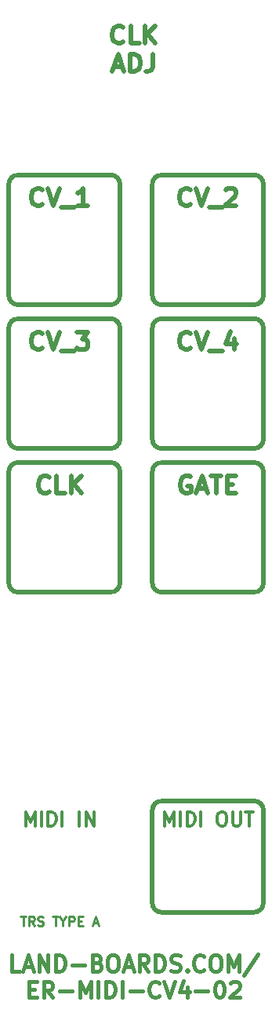
<source format=gto>
%TF.GenerationSoftware,KiCad,Pcbnew,(6.0.1)*%
%TF.CreationDate,2022-11-02T14:03:54-04:00*%
%TF.ProjectId,ER-MIDI-CV4-02_PANEL,45522d4d-4944-4492-9d43-56342d30325f,1*%
%TF.SameCoordinates,Original*%
%TF.FileFunction,Legend,Top*%
%TF.FilePolarity,Positive*%
%FSLAX46Y46*%
G04 Gerber Fmt 4.6, Leading zero omitted, Abs format (unit mm)*
G04 Created by KiCad (PCBNEW (6.0.1)) date 2022-11-02 14:03:54*
%MOMM*%
%LPD*%
G01*
G04 APERTURE LIST*
%ADD10C,0.500000*%
%ADD11C,0.375000*%
%ADD12C,0.469900*%
%ADD13C,0.437500*%
%ADD14C,0.250000*%
G04 APERTURE END LIST*
D10*
X42500000Y-62500003D02*
G75*
G03*
X43500000Y-63500003I1000003J3D01*
G01*
X53500000Y-63500003D02*
G75*
G03*
X54500000Y-62500003I-3J1000003D01*
G01*
X39000000Y-81500000D02*
G75*
G03*
X38000000Y-80500000I-1000003J-3D01*
G01*
X28000000Y-65000000D02*
G75*
G03*
X27000000Y-66000000I3J-1000003D01*
G01*
X27000000Y-62500003D02*
G75*
G03*
X28000000Y-63500003I1000003J3D01*
G01*
X54500000Y-81500000D02*
G75*
G03*
X53500000Y-80500000I-1000003J-3D01*
G01*
X53500000Y-94500000D02*
G75*
G03*
X54500000Y-93500000I-3J1000003D01*
G01*
X27000000Y-78000000D02*
X27000000Y-66000000D01*
X42500000Y-78000000D02*
G75*
G03*
X43500000Y-79000000I1000003J3D01*
G01*
X53500000Y-94500000D02*
X43500000Y-94500000D01*
X54500000Y-118000000D02*
G75*
G03*
X53500000Y-117000000I-1000003J-3D01*
G01*
X39000000Y-81500000D02*
X39000000Y-93500000D01*
X43500000Y-65000000D02*
G75*
G03*
X42500000Y-66000000I3J-1000003D01*
G01*
X27000000Y-62500003D02*
X27000000Y-50500003D01*
X39000000Y-66000000D02*
G75*
G03*
X38000000Y-65000000I-1000003J-3D01*
G01*
X37500000Y-80500000D02*
X38000000Y-80500000D01*
X43500000Y-65000000D02*
X53500000Y-65000000D01*
X42500000Y-128000000D02*
X42500000Y-118000000D01*
X38000000Y-63500003D02*
G75*
G03*
X39000000Y-62500003I-3J1000003D01*
G01*
X38000000Y-63500003D02*
X28000000Y-63500003D01*
X43500000Y-80500000D02*
G75*
G03*
X42500000Y-81500000I3J-1000003D01*
G01*
X53500000Y-63500003D02*
X43500000Y-63500003D01*
X53500000Y-79000000D02*
X43500000Y-79000000D01*
X38000000Y-94500000D02*
G75*
G03*
X39000000Y-93500000I-3J1000003D01*
G01*
X27000000Y-78000000D02*
G75*
G03*
X28000000Y-79000000I1000003J3D01*
G01*
X39000000Y-50500003D02*
X39000000Y-62500003D01*
X43500000Y-117000000D02*
G75*
G03*
X42500000Y-118000000I3J-1000003D01*
G01*
X43500000Y-80500000D02*
X53500000Y-80500000D01*
X53500000Y-79000000D02*
G75*
G03*
X54500000Y-78000000I-3J1000003D01*
G01*
X42500000Y-50500003D02*
X42500000Y-62500003D01*
X54500000Y-50500003D02*
G75*
G03*
X53500000Y-49500003I-1000003J-3D01*
G01*
X38000000Y-94500000D02*
X28000000Y-94500000D01*
X42500000Y-93500000D02*
X42500000Y-81500000D01*
X38000000Y-79000000D02*
X28000000Y-79000000D01*
X54500000Y-66000000D02*
G75*
G03*
X53500000Y-65000000I-1000003J-3D01*
G01*
X43500000Y-49500003D02*
G75*
G03*
X42500000Y-50500003I3J-1000003D01*
G01*
X28000000Y-49500003D02*
X38000000Y-49500003D01*
X43500000Y-117000000D02*
X53500000Y-117000000D01*
X54500000Y-50500003D02*
X54500000Y-62500003D01*
X42500000Y-93500000D02*
G75*
G03*
X43500000Y-94500000I1000003J3D01*
G01*
X37500000Y-65000000D02*
X38000000Y-65000000D01*
X28000000Y-80500000D02*
X37500000Y-80500000D01*
X39000000Y-50500003D02*
G75*
G03*
X38000000Y-49500003I-1000003J-3D01*
G01*
X53500000Y-129000000D02*
G75*
G03*
X54500000Y-128000000I-3J1000003D01*
G01*
X27000000Y-93500000D02*
G75*
G03*
X28000000Y-94500000I1000003J3D01*
G01*
X28000000Y-80500000D02*
G75*
G03*
X27000000Y-81500000I3J-1000003D01*
G01*
X28000000Y-65000000D02*
X37500000Y-65000000D01*
X43500000Y-49500003D02*
X53500000Y-49500003D01*
X54500000Y-118000000D02*
X54500000Y-128000000D01*
X54500000Y-81500000D02*
X54500000Y-93500000D01*
X38000000Y-79000000D02*
G75*
G03*
X39000000Y-78000000I-3J1000003D01*
G01*
X42500000Y-128000000D02*
G75*
G03*
X43500000Y-129000000I1000003J3D01*
G01*
X42500000Y-78000000D02*
X42500000Y-66000000D01*
X39000000Y-66000000D02*
X39000000Y-78000000D01*
X54500000Y-66000000D02*
X54500000Y-78000000D01*
X27000000Y-93500000D02*
X27000000Y-81500000D01*
X28000000Y-49500003D02*
G75*
G03*
X27000000Y-50500003I3J-1000003D01*
G01*
X53500000Y-129000000D02*
X43500000Y-129000000D01*
D11*
X43821428Y-119678571D02*
X43821428Y-118178571D01*
X44321428Y-119250000D01*
X44821428Y-118178571D01*
X44821428Y-119678571D01*
X45535714Y-119678571D02*
X45535714Y-118178571D01*
X46250000Y-119678571D02*
X46250000Y-118178571D01*
X46607142Y-118178571D01*
X46821428Y-118250000D01*
X46964285Y-118392857D01*
X47035714Y-118535714D01*
X47107142Y-118821428D01*
X47107142Y-119035714D01*
X47035714Y-119321428D01*
X46964285Y-119464285D01*
X46821428Y-119607142D01*
X46607142Y-119678571D01*
X46250000Y-119678571D01*
X47750000Y-119678571D02*
X47750000Y-118178571D01*
X49892857Y-118178571D02*
X50178571Y-118178571D01*
X50321428Y-118250000D01*
X50464285Y-118392857D01*
X50535714Y-118678571D01*
X50535714Y-119178571D01*
X50464285Y-119464285D01*
X50321428Y-119607142D01*
X50178571Y-119678571D01*
X49892857Y-119678571D01*
X49750000Y-119607142D01*
X49607142Y-119464285D01*
X49535714Y-119178571D01*
X49535714Y-118678571D01*
X49607142Y-118392857D01*
X49750000Y-118250000D01*
X49892857Y-118178571D01*
X51178571Y-118178571D02*
X51178571Y-119392857D01*
X51250000Y-119535714D01*
X51321428Y-119607142D01*
X51464285Y-119678571D01*
X51750000Y-119678571D01*
X51892857Y-119607142D01*
X51964285Y-119535714D01*
X52035714Y-119392857D01*
X52035714Y-118178571D01*
X52535714Y-118178571D02*
X53392857Y-118178571D01*
X52964285Y-119678571D02*
X52964285Y-118178571D01*
D12*
X46595000Y-82060200D02*
X46413571Y-81970695D01*
X46141428Y-81970695D01*
X45869285Y-82060200D01*
X45687857Y-82239209D01*
X45597142Y-82418219D01*
X45506428Y-82776238D01*
X45506428Y-83044752D01*
X45597142Y-83402771D01*
X45687857Y-83581780D01*
X45869285Y-83760790D01*
X46141428Y-83850295D01*
X46322857Y-83850295D01*
X46595000Y-83760790D01*
X46685714Y-83671285D01*
X46685714Y-83044752D01*
X46322857Y-83044752D01*
X47411428Y-83313266D02*
X48318571Y-83313266D01*
X47230000Y-83850295D02*
X47865000Y-81970695D01*
X48500000Y-83850295D01*
X48862857Y-81970695D02*
X49951428Y-81970695D01*
X49407142Y-83850295D02*
X49407142Y-81970695D01*
X50586428Y-82865742D02*
X51221428Y-82865742D01*
X51493571Y-83850295D02*
X50586428Y-83850295D01*
X50586428Y-81970695D01*
X51493571Y-81970695D01*
D11*
X28821428Y-119678571D02*
X28821428Y-118178571D01*
X29321428Y-119250000D01*
X29821428Y-118178571D01*
X29821428Y-119678571D01*
X30535714Y-119678571D02*
X30535714Y-118178571D01*
X31250000Y-119678571D02*
X31250000Y-118178571D01*
X31607142Y-118178571D01*
X31821428Y-118250000D01*
X31964285Y-118392857D01*
X32035714Y-118535714D01*
X32107142Y-118821428D01*
X32107142Y-119035714D01*
X32035714Y-119321428D01*
X31964285Y-119464285D01*
X31821428Y-119607142D01*
X31607142Y-119678571D01*
X31250000Y-119678571D01*
X32750000Y-119678571D02*
X32750000Y-118178571D01*
X34607142Y-119678571D02*
X34607142Y-118178571D01*
X35321428Y-119678571D02*
X35321428Y-118178571D01*
X36178571Y-119678571D01*
X36178571Y-118178571D01*
D12*
X46640357Y-52671285D02*
X46549642Y-52760790D01*
X46277500Y-52850295D01*
X46096071Y-52850295D01*
X45823928Y-52760790D01*
X45642500Y-52581780D01*
X45551785Y-52402771D01*
X45461071Y-52044752D01*
X45461071Y-51776238D01*
X45551785Y-51418219D01*
X45642500Y-51239209D01*
X45823928Y-51060200D01*
X46096071Y-50970695D01*
X46277500Y-50970695D01*
X46549642Y-51060200D01*
X46640357Y-51149704D01*
X47184642Y-50970695D02*
X47819642Y-52850295D01*
X48454642Y-50970695D01*
X48636071Y-53029304D02*
X50087500Y-53029304D01*
X50450357Y-51149704D02*
X50541071Y-51060200D01*
X50722500Y-50970695D01*
X51176071Y-50970695D01*
X51357500Y-51060200D01*
X51448214Y-51149704D01*
X51538928Y-51328714D01*
X51538928Y-51507723D01*
X51448214Y-51776238D01*
X50359642Y-52850295D01*
X51538928Y-52850295D01*
X39366071Y-35158207D02*
X39275357Y-35247712D01*
X39003214Y-35337217D01*
X38821785Y-35337217D01*
X38549642Y-35247712D01*
X38368214Y-35068702D01*
X38277500Y-34889693D01*
X38186785Y-34531674D01*
X38186785Y-34263160D01*
X38277500Y-33905141D01*
X38368214Y-33726131D01*
X38549642Y-33547122D01*
X38821785Y-33457617D01*
X39003214Y-33457617D01*
X39275357Y-33547122D01*
X39366071Y-33636626D01*
X41089642Y-35337217D02*
X40182500Y-35337217D01*
X40182500Y-33457617D01*
X41724642Y-35337217D02*
X41724642Y-33457617D01*
X42813214Y-35337217D02*
X41996785Y-34263160D01*
X42813214Y-33457617D02*
X41724642Y-34531674D01*
X38368214Y-37826344D02*
X39275357Y-37826344D01*
X38186785Y-38363373D02*
X38821785Y-36483773D01*
X39456785Y-38363373D01*
X40091785Y-38363373D02*
X40091785Y-36483773D01*
X40545357Y-36483773D01*
X40817500Y-36573278D01*
X40998928Y-36752287D01*
X41089642Y-36931297D01*
X41180357Y-37289316D01*
X41180357Y-37557830D01*
X41089642Y-37915849D01*
X40998928Y-38094858D01*
X40817500Y-38273868D01*
X40545357Y-38363373D01*
X40091785Y-38363373D01*
X42541071Y-36483773D02*
X42541071Y-37826344D01*
X42450357Y-38094858D01*
X42268928Y-38273868D01*
X41996785Y-38363373D01*
X41815357Y-38363373D01*
X31366071Y-83671285D02*
X31275357Y-83760790D01*
X31003214Y-83850295D01*
X30821785Y-83850295D01*
X30549642Y-83760790D01*
X30368214Y-83581780D01*
X30277500Y-83402771D01*
X30186785Y-83044752D01*
X30186785Y-82776238D01*
X30277500Y-82418219D01*
X30368214Y-82239209D01*
X30549642Y-82060200D01*
X30821785Y-81970695D01*
X31003214Y-81970695D01*
X31275357Y-82060200D01*
X31366071Y-82149704D01*
X33089642Y-83850295D02*
X32182500Y-83850295D01*
X32182500Y-81970695D01*
X33724642Y-83850295D02*
X33724642Y-81970695D01*
X34813214Y-83850295D02*
X33996785Y-82776238D01*
X34813214Y-81970695D02*
X33724642Y-83044752D01*
X46640357Y-68171285D02*
X46549642Y-68260790D01*
X46277500Y-68350295D01*
X46096071Y-68350295D01*
X45823928Y-68260790D01*
X45642500Y-68081780D01*
X45551785Y-67902771D01*
X45461071Y-67544752D01*
X45461071Y-67276238D01*
X45551785Y-66918219D01*
X45642500Y-66739209D01*
X45823928Y-66560200D01*
X46096071Y-66470695D01*
X46277500Y-66470695D01*
X46549642Y-66560200D01*
X46640357Y-66649704D01*
X47184642Y-66470695D02*
X47819642Y-68350295D01*
X48454642Y-66470695D01*
X48636071Y-68529304D02*
X50087500Y-68529304D01*
X51357500Y-67097228D02*
X51357500Y-68350295D01*
X50903928Y-66381190D02*
X50450357Y-67723761D01*
X51629642Y-67723761D01*
X30640357Y-68171285D02*
X30549642Y-68260790D01*
X30277500Y-68350295D01*
X30096071Y-68350295D01*
X29823928Y-68260790D01*
X29642500Y-68081780D01*
X29551785Y-67902771D01*
X29461071Y-67544752D01*
X29461071Y-67276238D01*
X29551785Y-66918219D01*
X29642500Y-66739209D01*
X29823928Y-66560200D01*
X30096071Y-66470695D01*
X30277500Y-66470695D01*
X30549642Y-66560200D01*
X30640357Y-66649704D01*
X31184642Y-66470695D02*
X31819642Y-68350295D01*
X32454642Y-66470695D01*
X32636071Y-68529304D02*
X34087500Y-68529304D01*
X34359642Y-66470695D02*
X35538928Y-66470695D01*
X34903928Y-67186733D01*
X35176071Y-67186733D01*
X35357500Y-67276238D01*
X35448214Y-67365742D01*
X35538928Y-67544752D01*
X35538928Y-67992276D01*
X35448214Y-68171285D01*
X35357500Y-68260790D01*
X35176071Y-68350295D01*
X34631785Y-68350295D01*
X34450357Y-68260790D01*
X34359642Y-68171285D01*
D13*
X28166661Y-135382923D02*
X27333328Y-135382923D01*
X27333328Y-133632923D01*
X28666661Y-134882923D02*
X29499995Y-134882923D01*
X28499995Y-135382923D02*
X29083328Y-133632923D01*
X29666661Y-135382923D01*
X30249995Y-135382923D02*
X30249995Y-133632923D01*
X31249995Y-135382923D01*
X31249995Y-133632923D01*
X32083328Y-135382923D02*
X32083328Y-133632923D01*
X32499995Y-133632923D01*
X32749995Y-133716257D01*
X32916661Y-133882923D01*
X32999995Y-134049590D01*
X33083328Y-134382923D01*
X33083328Y-134632923D01*
X32999995Y-134966257D01*
X32916661Y-135132923D01*
X32749995Y-135299590D01*
X32499995Y-135382923D01*
X32083328Y-135382923D01*
X33833328Y-134716257D02*
X35166661Y-134716257D01*
X36583328Y-134466257D02*
X36833328Y-134549590D01*
X36916661Y-134632923D01*
X36999995Y-134799590D01*
X36999995Y-135049590D01*
X36916661Y-135216257D01*
X36833328Y-135299590D01*
X36666661Y-135382923D01*
X35999995Y-135382923D01*
X35999995Y-133632923D01*
X36583328Y-133632923D01*
X36749995Y-133716257D01*
X36833328Y-133799590D01*
X36916661Y-133966257D01*
X36916661Y-134132923D01*
X36833328Y-134299590D01*
X36749995Y-134382923D01*
X36583328Y-134466257D01*
X35999995Y-134466257D01*
X38083328Y-133632923D02*
X38416661Y-133632923D01*
X38583328Y-133716257D01*
X38749995Y-133882923D01*
X38833328Y-134216257D01*
X38833328Y-134799590D01*
X38749995Y-135132923D01*
X38583328Y-135299590D01*
X38416661Y-135382923D01*
X38083328Y-135382923D01*
X37916661Y-135299590D01*
X37749995Y-135132923D01*
X37666661Y-134799590D01*
X37666661Y-134216257D01*
X37749995Y-133882923D01*
X37916661Y-133716257D01*
X38083328Y-133632923D01*
X39499995Y-134882923D02*
X40333328Y-134882923D01*
X39333328Y-135382923D02*
X39916661Y-133632923D01*
X40499995Y-135382923D01*
X42083328Y-135382923D02*
X41499995Y-134549590D01*
X41083328Y-135382923D02*
X41083328Y-133632923D01*
X41749995Y-133632923D01*
X41916661Y-133716257D01*
X41999995Y-133799590D01*
X42083328Y-133966257D01*
X42083328Y-134216257D01*
X41999995Y-134382923D01*
X41916661Y-134466257D01*
X41749995Y-134549590D01*
X41083328Y-134549590D01*
X42833328Y-135382923D02*
X42833328Y-133632923D01*
X43249995Y-133632923D01*
X43499995Y-133716257D01*
X43666661Y-133882923D01*
X43749995Y-134049590D01*
X43833328Y-134382923D01*
X43833328Y-134632923D01*
X43749995Y-134966257D01*
X43666661Y-135132923D01*
X43499995Y-135299590D01*
X43249995Y-135382923D01*
X42833328Y-135382923D01*
X44499995Y-135299590D02*
X44749995Y-135382923D01*
X45166661Y-135382923D01*
X45333328Y-135299590D01*
X45416661Y-135216257D01*
X45499995Y-135049590D01*
X45499995Y-134882923D01*
X45416661Y-134716257D01*
X45333328Y-134632923D01*
X45166661Y-134549590D01*
X44833328Y-134466257D01*
X44666661Y-134382923D01*
X44583328Y-134299590D01*
X44499995Y-134132923D01*
X44499995Y-133966257D01*
X44583328Y-133799590D01*
X44666661Y-133716257D01*
X44833328Y-133632923D01*
X45249995Y-133632923D01*
X45499995Y-133716257D01*
X46249995Y-135216257D02*
X46333328Y-135299590D01*
X46249995Y-135382923D01*
X46166661Y-135299590D01*
X46249995Y-135216257D01*
X46249995Y-135382923D01*
X48083328Y-135216257D02*
X47999995Y-135299590D01*
X47749995Y-135382923D01*
X47583328Y-135382923D01*
X47333328Y-135299590D01*
X47166661Y-135132923D01*
X47083328Y-134966257D01*
X46999995Y-134632923D01*
X46999995Y-134382923D01*
X47083328Y-134049590D01*
X47166661Y-133882923D01*
X47333328Y-133716257D01*
X47583328Y-133632923D01*
X47749995Y-133632923D01*
X47999995Y-133716257D01*
X48083328Y-133799590D01*
X49166661Y-133632923D02*
X49499995Y-133632923D01*
X49666661Y-133716257D01*
X49833328Y-133882923D01*
X49916661Y-134216257D01*
X49916661Y-134799590D01*
X49833328Y-135132923D01*
X49666661Y-135299590D01*
X49499995Y-135382923D01*
X49166661Y-135382923D01*
X48999995Y-135299590D01*
X48833328Y-135132923D01*
X48749995Y-134799590D01*
X48749995Y-134216257D01*
X48833328Y-133882923D01*
X48999995Y-133716257D01*
X49166661Y-133632923D01*
X50666661Y-135382923D02*
X50666661Y-133632923D01*
X51249995Y-134882923D01*
X51833328Y-133632923D01*
X51833328Y-135382923D01*
X53916661Y-133549590D02*
X52416661Y-135799590D01*
X29166661Y-137283757D02*
X29749995Y-137283757D01*
X29999995Y-138200423D02*
X29166661Y-138200423D01*
X29166661Y-136450423D01*
X29999995Y-136450423D01*
X31749995Y-138200423D02*
X31166661Y-137367090D01*
X30749995Y-138200423D02*
X30749995Y-136450423D01*
X31416661Y-136450423D01*
X31583328Y-136533757D01*
X31666661Y-136617090D01*
X31749995Y-136783757D01*
X31749995Y-137033757D01*
X31666661Y-137200423D01*
X31583328Y-137283757D01*
X31416661Y-137367090D01*
X30749995Y-137367090D01*
X32499995Y-137533757D02*
X33833328Y-137533757D01*
X34666661Y-138200423D02*
X34666661Y-136450423D01*
X35249995Y-137700423D01*
X35833328Y-136450423D01*
X35833328Y-138200423D01*
X36666661Y-138200423D02*
X36666661Y-136450423D01*
X37499995Y-138200423D02*
X37499995Y-136450423D01*
X37916661Y-136450423D01*
X38166661Y-136533757D01*
X38333328Y-136700423D01*
X38416661Y-136867090D01*
X38499995Y-137200423D01*
X38499995Y-137450423D01*
X38416661Y-137783757D01*
X38333328Y-137950423D01*
X38166661Y-138117090D01*
X37916661Y-138200423D01*
X37499995Y-138200423D01*
X39249995Y-138200423D02*
X39249995Y-136450423D01*
X40083328Y-137533757D02*
X41416661Y-137533757D01*
X43249995Y-138033757D02*
X43166661Y-138117090D01*
X42916661Y-138200423D01*
X42749995Y-138200423D01*
X42499995Y-138117090D01*
X42333328Y-137950423D01*
X42249995Y-137783757D01*
X42166661Y-137450423D01*
X42166661Y-137200423D01*
X42249995Y-136867090D01*
X42333328Y-136700423D01*
X42499995Y-136533757D01*
X42749995Y-136450423D01*
X42916661Y-136450423D01*
X43166661Y-136533757D01*
X43249995Y-136617090D01*
X43749995Y-136450423D02*
X44333328Y-138200423D01*
X44916661Y-136450423D01*
X46249995Y-137033757D02*
X46249995Y-138200423D01*
X45833328Y-136367090D02*
X45416661Y-137617090D01*
X46499995Y-137617090D01*
X47166661Y-137533757D02*
X48499995Y-137533757D01*
X49666661Y-136450423D02*
X49833328Y-136450423D01*
X49999995Y-136533757D01*
X50083328Y-136617090D01*
X50166661Y-136783757D01*
X50249995Y-137117090D01*
X50249995Y-137533757D01*
X50166661Y-137867090D01*
X50083328Y-138033757D01*
X49999995Y-138117090D01*
X49833328Y-138200423D01*
X49666661Y-138200423D01*
X49499995Y-138117090D01*
X49416661Y-138033757D01*
X49333328Y-137867090D01*
X49249995Y-137533757D01*
X49249995Y-137117090D01*
X49333328Y-136783757D01*
X49416661Y-136617090D01*
X49499995Y-136533757D01*
X49666661Y-136450423D01*
X50916661Y-136617090D02*
X50999995Y-136533757D01*
X51166661Y-136450423D01*
X51583328Y-136450423D01*
X51749995Y-136533757D01*
X51833328Y-136617090D01*
X51916661Y-136783757D01*
X51916661Y-136950423D01*
X51833328Y-137200423D01*
X50833328Y-138200423D01*
X51916661Y-138200423D01*
D14*
X28285714Y-129452380D02*
X28857142Y-129452380D01*
X28571428Y-130452380D02*
X28571428Y-129452380D01*
X29761904Y-130452380D02*
X29428571Y-129976190D01*
X29190476Y-130452380D02*
X29190476Y-129452380D01*
X29571428Y-129452380D01*
X29666666Y-129500000D01*
X29714285Y-129547619D01*
X29761904Y-129642857D01*
X29761904Y-129785714D01*
X29714285Y-129880952D01*
X29666666Y-129928571D01*
X29571428Y-129976190D01*
X29190476Y-129976190D01*
X30142857Y-130404761D02*
X30285714Y-130452380D01*
X30523809Y-130452380D01*
X30619047Y-130404761D01*
X30666666Y-130357142D01*
X30714285Y-130261904D01*
X30714285Y-130166666D01*
X30666666Y-130071428D01*
X30619047Y-130023809D01*
X30523809Y-129976190D01*
X30333333Y-129928571D01*
X30238095Y-129880952D01*
X30190476Y-129833333D01*
X30142857Y-129738095D01*
X30142857Y-129642857D01*
X30190476Y-129547619D01*
X30238095Y-129500000D01*
X30333333Y-129452380D01*
X30571428Y-129452380D01*
X30714285Y-129500000D01*
X31761904Y-129452380D02*
X32333333Y-129452380D01*
X32047619Y-130452380D02*
X32047619Y-129452380D01*
X32857142Y-129976190D02*
X32857142Y-130452380D01*
X32523809Y-129452380D02*
X32857142Y-129976190D01*
X33190476Y-129452380D01*
X33523809Y-130452380D02*
X33523809Y-129452380D01*
X33904761Y-129452380D01*
X34000000Y-129500000D01*
X34047619Y-129547619D01*
X34095238Y-129642857D01*
X34095238Y-129785714D01*
X34047619Y-129880952D01*
X34000000Y-129928571D01*
X33904761Y-129976190D01*
X33523809Y-129976190D01*
X34523809Y-129928571D02*
X34857142Y-129928571D01*
X35000000Y-130452380D02*
X34523809Y-130452380D01*
X34523809Y-129452380D01*
X35000000Y-129452380D01*
X36142857Y-130166666D02*
X36619047Y-130166666D01*
X36047619Y-130452380D02*
X36380952Y-129452380D01*
X36714285Y-130452380D01*
D12*
X30640357Y-52671285D02*
X30549642Y-52760790D01*
X30277500Y-52850295D01*
X30096071Y-52850295D01*
X29823928Y-52760790D01*
X29642500Y-52581780D01*
X29551785Y-52402771D01*
X29461071Y-52044752D01*
X29461071Y-51776238D01*
X29551785Y-51418219D01*
X29642500Y-51239209D01*
X29823928Y-51060200D01*
X30096071Y-50970695D01*
X30277500Y-50970695D01*
X30549642Y-51060200D01*
X30640357Y-51149704D01*
X31184642Y-50970695D02*
X31819642Y-52850295D01*
X32454642Y-50970695D01*
X32636071Y-53029304D02*
X34087500Y-53029304D01*
X35538928Y-52850295D02*
X34450357Y-52850295D01*
X34994642Y-52850295D02*
X34994642Y-50970695D01*
X34813214Y-51239209D01*
X34631785Y-51418219D01*
X34450357Y-51507723D01*
M02*

</source>
